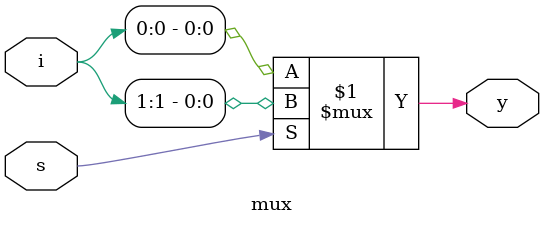
<source format=v>

module mux(input s,input [1:0]i,output y);

assign y= s?i[1]:i[0];

endmodule

</source>
